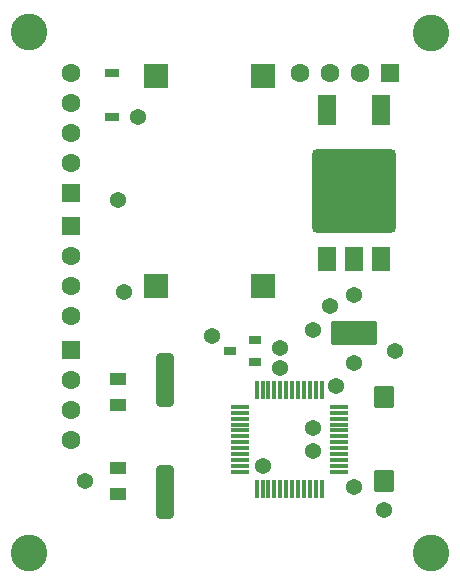
<source format=gts>
G04*
G04 #@! TF.GenerationSoftware,Altium Limited,Altium Designer,22.7.1 (60)*
G04*
G04 Layer_Color=8388736*
%FSAX44Y44*%
%MOMM*%
G71*
G04*
G04 #@! TF.SameCoordinates,B67A478A-0272-44D9-A9C4-7CC6AF38DCCD*
G04*
G04*
G04 #@! TF.FilePolarity,Negative*
G04*
G01*
G75*
%ADD15R,1.0000X0.8000*%
%ADD16R,1.4000X1.0000*%
G04:AMPARAMS|DCode=17|XSize=1.54mm|YSize=0.38mm|CornerRadius=0.085mm|HoleSize=0mm|Usage=FLASHONLY|Rotation=0.000|XOffset=0mm|YOffset=0mm|HoleType=Round|Shape=RoundedRectangle|*
%AMROUNDEDRECTD17*
21,1,1.5400,0.2100,0,0,0.0*
21,1,1.3700,0.3800,0,0,0.0*
1,1,0.1700,0.6850,-0.1050*
1,1,0.1700,-0.6850,-0.1050*
1,1,0.1700,-0.6850,0.1050*
1,1,0.1700,0.6850,0.1050*
%
%ADD17ROUNDEDRECTD17*%
G04:AMPARAMS|DCode=18|XSize=0.38mm|YSize=1.54mm|CornerRadius=0.085mm|HoleSize=0mm|Usage=FLASHONLY|Rotation=0.000|XOffset=0mm|YOffset=0mm|HoleType=Round|Shape=RoundedRectangle|*
%AMROUNDEDRECTD18*
21,1,0.3800,1.3700,0,0,0.0*
21,1,0.2100,1.5400,0,0,0.0*
1,1,0.1700,0.1050,-0.6850*
1,1,0.1700,-0.1050,-0.6850*
1,1,0.1700,-0.1050,0.6850*
1,1,0.1700,0.1050,0.6850*
%
%ADD18ROUNDEDRECTD18*%
G04:AMPARAMS|DCode=19|XSize=1.7mm|YSize=1.9mm|CornerRadius=0.21mm|HoleSize=0mm|Usage=FLASHONLY|Rotation=0.000|XOffset=0mm|YOffset=0mm|HoleType=Round|Shape=RoundedRectangle|*
%AMROUNDEDRECTD19*
21,1,1.7000,1.4800,0,0,0.0*
21,1,1.2800,1.9000,0,0,0.0*
1,1,0.4200,0.6400,-0.7400*
1,1,0.4200,-0.6400,-0.7400*
1,1,0.4200,-0.6400,0.7400*
1,1,0.4200,0.6400,0.7400*
%
%ADD19ROUNDEDRECTD19*%
G04:AMPARAMS|DCode=20|XSize=3.9mm|YSize=2.1mm|CornerRadius=0.25mm|HoleSize=0mm|Usage=FLASHONLY|Rotation=180.000|XOffset=0mm|YOffset=0mm|HoleType=Round|Shape=RoundedRectangle|*
%AMROUNDEDRECTD20*
21,1,3.9000,1.6000,0,0,180.0*
21,1,3.4000,2.1000,0,0,180.0*
1,1,0.5000,-1.7000,0.8000*
1,1,0.5000,1.7000,0.8000*
1,1,0.5000,1.7000,-0.8000*
1,1,0.5000,-1.7000,-0.8000*
%
%ADD20ROUNDEDRECTD20*%
G04:AMPARAMS|DCode=21|XSize=1.6mm|YSize=2.1mm|CornerRadius=0.2mm|HoleSize=0mm|Usage=FLASHONLY|Rotation=180.000|XOffset=0mm|YOffset=0mm|HoleType=Round|Shape=RoundedRectangle|*
%AMROUNDEDRECTD21*
21,1,1.6000,1.7000,0,0,180.0*
21,1,1.2000,2.1000,0,0,180.0*
1,1,0.4000,-0.6000,0.8500*
1,1,0.4000,0.6000,0.8500*
1,1,0.4000,0.6000,-0.8500*
1,1,0.4000,-0.6000,-0.8500*
%
%ADD21ROUNDEDRECTD21*%
G04:AMPARAMS|DCode=22|XSize=1.6mm|YSize=2.6mm|CornerRadius=0.2mm|HoleSize=0mm|Usage=FLASHONLY|Rotation=180.000|XOffset=0mm|YOffset=0mm|HoleType=Round|Shape=RoundedRectangle|*
%AMROUNDEDRECTD22*
21,1,1.6000,2.2000,0,0,180.0*
21,1,1.2000,2.6000,0,0,180.0*
1,1,0.4000,-0.6000,1.1000*
1,1,0.4000,0.6000,1.1000*
1,1,0.4000,0.6000,-1.1000*
1,1,0.4000,-0.6000,-1.1000*
%
%ADD22ROUNDEDRECTD22*%
G04:AMPARAMS|DCode=23|XSize=7.1mm|YSize=7.1mm|CornerRadius=0.4mm|HoleSize=0mm|Usage=FLASHONLY|Rotation=180.000|XOffset=0mm|YOffset=0mm|HoleType=Round|Shape=RoundedRectangle|*
%AMROUNDEDRECTD23*
21,1,7.1000,6.3000,0,0,180.0*
21,1,6.3000,7.1000,0,0,180.0*
1,1,0.8000,-3.1500,3.1500*
1,1,0.8000,3.1500,3.1500*
1,1,0.8000,3.1500,-3.1500*
1,1,0.8000,-3.1500,-3.1500*
%
%ADD23ROUNDEDRECTD23*%
%ADD24R,2.1000X2.1000*%
%ADD25R,1.3000X0.8000*%
G04:AMPARAMS|DCode=26|XSize=4.6mm|YSize=1.6mm|CornerRadius=0.425mm|HoleSize=0mm|Usage=FLASHONLY|Rotation=90.000|XOffset=0mm|YOffset=0mm|HoleType=Round|Shape=RoundedRectangle|*
%AMROUNDEDRECTD26*
21,1,4.6000,0.7500,0,0,90.0*
21,1,3.7500,1.6000,0,0,90.0*
1,1,0.8500,0.3750,1.8750*
1,1,0.8500,0.3750,-1.8750*
1,1,0.8500,-0.3750,-1.8750*
1,1,0.8500,-0.3750,1.8750*
%
%ADD26ROUNDEDRECTD26*%
%ADD27R,1.6000X1.6000*%
%ADD28C,1.6000*%
%ADD29R,1.6000X1.6000*%
%ADD30C,1.3700*%
%ADD31C,3.1000*%
D15*
X00511000Y00930500D02*
D03*
Y00949500D02*
D03*
X00490000Y00940000D02*
D03*
D16*
X00395000Y00819000D02*
D03*
Y00841000D02*
D03*
Y00916000D02*
D03*
Y00894000D02*
D03*
D17*
X00581850Y00892500D02*
D03*
Y00887500D02*
D03*
Y00882500D02*
D03*
Y00877500D02*
D03*
Y00872500D02*
D03*
Y00867500D02*
D03*
Y00862500D02*
D03*
Y00857500D02*
D03*
Y00852500D02*
D03*
Y00847500D02*
D03*
Y00842500D02*
D03*
Y00837500D02*
D03*
X00498150D02*
D03*
Y00842500D02*
D03*
Y00847500D02*
D03*
Y00852500D02*
D03*
Y00857500D02*
D03*
Y00862500D02*
D03*
Y00867500D02*
D03*
Y00872500D02*
D03*
Y00877500D02*
D03*
Y00882500D02*
D03*
Y00887500D02*
D03*
Y00892500D02*
D03*
D18*
X00512500Y00906850D02*
D03*
X00517500D02*
D03*
X00522500D02*
D03*
X00527500D02*
D03*
X00532500D02*
D03*
X00537500D02*
D03*
X00542500D02*
D03*
X00547500D02*
D03*
X00552500D02*
D03*
X00557500D02*
D03*
X00562500D02*
D03*
X00567500D02*
D03*
Y00823150D02*
D03*
X00562500D02*
D03*
X00557500D02*
D03*
X00552500D02*
D03*
X00547500D02*
D03*
X00542500D02*
D03*
X00537500D02*
D03*
X00532500D02*
D03*
X00527500D02*
D03*
X00522500D02*
D03*
X00517500D02*
D03*
X00512500D02*
D03*
D19*
X00620000Y00830000D02*
D03*
Y00901250D02*
D03*
D20*
X00595000Y00955000D02*
D03*
D21*
X00572000Y01018000D02*
D03*
X00595000D02*
D03*
X00618000D02*
D03*
D22*
Y01144000D02*
D03*
X00572000D02*
D03*
D23*
X00595000Y01075000D02*
D03*
D24*
X00517545Y01172470D02*
D03*
Y00994670D02*
D03*
X00427375Y01172470D02*
D03*
Y00994670D02*
D03*
D25*
X00390000Y01175000D02*
D03*
Y01138000D02*
D03*
D26*
X00435000Y00915000D02*
D03*
Y00820000D02*
D03*
D27*
X00355000Y01045400D02*
D03*
Y00940800D02*
D03*
Y01073800D02*
D03*
D28*
Y01020000D02*
D03*
Y00994600D02*
D03*
Y00969200D02*
D03*
Y00915400D02*
D03*
Y00890000D02*
D03*
Y00864600D02*
D03*
X00600000Y01175000D02*
D03*
X00574600D02*
D03*
X00549200D02*
D03*
X00355000Y01099200D02*
D03*
Y01124600D02*
D03*
Y01150000D02*
D03*
Y01175400D02*
D03*
D29*
X00625400Y01175000D02*
D03*
D30*
X00475000Y00952500D02*
D03*
X00630000Y00940000D02*
D03*
X00532500Y00942500D02*
D03*
X00532522Y00924978D02*
D03*
X00560000Y00957500D02*
D03*
X00517500Y00842500D02*
D03*
X00395000Y01067500D02*
D03*
X00367500Y00830000D02*
D03*
X00575000Y00977500D02*
D03*
X00412250Y01137750D02*
D03*
X00595000Y00930000D02*
D03*
Y00987500D02*
D03*
X00580000Y00910000D02*
D03*
X00400000Y00990000D02*
D03*
X00595000Y00825000D02*
D03*
X00560000Y00855000D02*
D03*
Y00875000D02*
D03*
X00620000Y00805000D02*
D03*
D31*
X00660162Y01208980D02*
D03*
Y00768980D02*
D03*
X00320162D02*
D03*
X00320000Y01210000D02*
D03*
M02*

</source>
